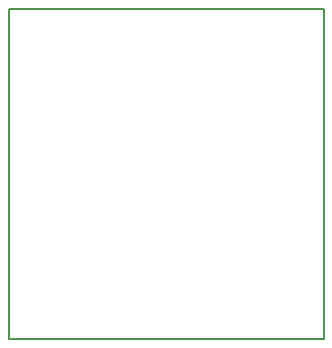
<source format=gm1>
G04 #@! TF.FileFunction,Profile,NP*
%FSLAX46Y46*%
G04 Gerber Fmt 4.6, Leading zero omitted, Abs format (unit mm)*
G04 Created by KiCad (PCBNEW 4.0.0-stable) date Wednesday, December 30, 2015 'PMt' 09:04:51 PM*
%MOMM*%
G01*
G04 APERTURE LIST*
%ADD10C,0.100000*%
%ADD11C,0.150000*%
G04 APERTURE END LIST*
D10*
D11*
X134620000Y-115570000D02*
X134620000Y-87630000D01*
X161290000Y-115570000D02*
X134620000Y-115570000D01*
X161290000Y-87630000D02*
X161290000Y-115570000D01*
X134620000Y-87630000D02*
X161290000Y-87630000D01*
M02*

</source>
